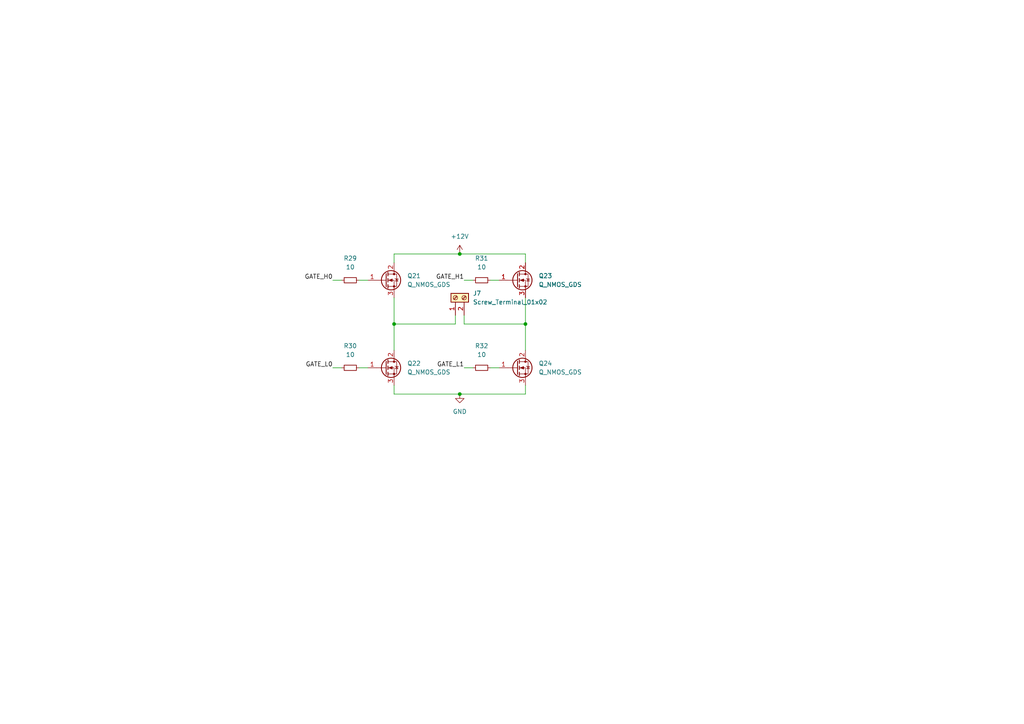
<source format=kicad_sch>
(kicad_sch (version 20211123) (generator eeschema)
  (paper "A4")
  (lib_symbols
    (symbol "Connector:Screw_Terminal_01x02" (pin_names (offset 1.016) hide)
      (property "Reference" "J" (at 0 2.54 0))
      (property "Value" "Screw_Terminal_01x02" (at 0 -5.08 0))
      (symbol "Screw_Terminal_01x02_1_1"
        (rectangle (start -1.27 1.27) (end 1.27 -3.81) (stroke (width 0.254)) (fill (type background)))
        (circle (center 0 -2.54) (radius 0.635) (stroke (width 0.1524)))
        (polyline (pts (xy -0.5334 -2.2098) (xy 0.3302 -3.048)) (stroke (width 0.1524)))
        (polyline (pts (xy -0.5334 0.3302) (xy 0.3302 -0.508)) (stroke (width 0.1524)))
        (polyline (pts (xy -0.3556 -2.032) (xy 0.508 -2.8702)) (stroke (width 0.1524)))
        (polyline (pts (xy -0.3556 0.508) (xy 0.508 -0.3302)) (stroke (width 0.1524)))
        (circle (center 0 0) (radius 0.635) (stroke (width 0.1524)))
        (pin passive line (at -5.08 0 0) (length 3.81) (name "Pin_1") (number "1"))
        (pin passive line (at -5.08 -2.54 0) (length 3.81) (name "Pin_2") (number "2"))
      )
    )
    (symbol "Device:Q_NMOS_GDS" (pin_names (offset 0) hide)
      (property "Reference" "Q" (at 5.08 1.27 0))
      (property "Value" "Q_NMOS_GDS" (at 5.08 -1.27 0))
      (symbol "Q_NMOS_GDS_0_1"
        (polyline (pts (xy 0.254 0) (xy -2.54 0)))
        (polyline (pts (xy 0.254 1.905) (xy 0.254 -1.905)) (stroke (width 0.254)))
        (polyline (pts (xy 0.762 -1.27) (xy 0.762 -2.286)) (stroke (width 0.254)))
        (polyline (pts (xy 0.762 0.508) (xy 0.762 -0.508)) (stroke (width 0.254)))
        (polyline (pts (xy 0.762 2.286) (xy 0.762 1.27)) (stroke (width 0.254)))
        (polyline (pts (xy 2.54 2.54) (xy 2.54 1.778)))
        (polyline (pts (xy 2.54 -2.54) (xy 2.54 0) (xy 0.762 0)))
        (polyline (pts (xy 0.762 -1.778) (xy 3.302 -1.778) (xy 3.302 1.778) (xy 0.762 1.778)))
        (polyline (pts (xy 1.016 0) (xy 2.032 0.381) (xy 2.032 -0.381) (xy 1.016 0)) (fill (type outline)))
        (polyline (pts (xy 2.794 0.508) (xy 2.921 0.381) (xy 3.683 0.381) (xy 3.81 0.254)))
        (polyline (pts (xy 3.302 0.381) (xy 2.921 -0.254) (xy 3.683 -0.254) (xy 3.302 0.381)))
        (circle (center 1.651 0) (radius 2.794) (stroke (width 0.254)))
        (circle (center 2.54 -1.778) (radius 0.254) (fill (type outline)))
        (circle (center 2.54 1.778) (radius 0.254) (fill (type outline)))
      )
      (symbol "Q_NMOS_GDS_1_1"
        (pin input line (at -5.08 0 0) (length 2.54) (name "G") (number "1"))
        (pin passive line (at 2.54 5.08 270) (length 2.54) (name "D") (number "2"))
        (pin passive line (at 2.54 -5.08 90) (length 2.54) (name "S") (number "3"))
      )
    )
    (symbol "Device:R_Small" (pin_numbers hide) (pin_names (offset 0.254) hide)
      (property "Reference" "R" (at 0.762 0.508 0))
      (property "Value" "R_Small" (at 0.762 -1.016 0))
      (symbol "R_Small_0_1"
        (rectangle (start -0.762 1.778) (end 0.762 -1.778) (stroke (width 0.2032)))
      )
      (symbol "R_Small_1_1"
        (pin passive line (at 0 2.54 270) (length 0.762) (name "~") (number "1"))
        (pin passive line (at 0 -2.54 90) (length 0.762) (name "~") (number "2"))
      )
    )
    (symbol "power:+12V" (power) (pin_names (offset 0))
      (property "Value" "+12V" (at 0 3.556 0))
      (symbol "+12V_0_1"
        (polyline (pts (xy -0.762 1.27) (xy 0 2.54)))
        (polyline (pts (xy 0 0) (xy 0 2.54)))
        (polyline (pts (xy 0 2.54) (xy 0.762 1.27)))
      )
      (symbol "+12V_1_1"
        (pin power_in line (at 0 0 90) (length 0) hide (name "+12V") (number "1"))
      )
    )
    (symbol "power:GND" (power) (pin_names (offset 0))
      (property "Value" "GND" (at 0 -3.81 0))
      (symbol "GND_0_1"
        (polyline (pts (xy 0 0) (xy 0 -1.27) (xy 1.27 -1.27) (xy 0 -2.54) (xy -1.27 -1.27) (xy 0 -1.27)))
      )
      (symbol "GND_1_1"
        (pin power_in line (at 0 0 270) (length 0) hide (name "GND") (number "1"))
      )
    )
  )
  (junction (at 133.35 73.66))
  (junction (at 114.3 93.98))
  (junction (at 152.4 93.98))
  (junction (at 133.35 114.3))
  (wire (pts (xy 114.3 73.66) (xy 133.35 73.66)))
  (wire (pts (xy 114.3 114.3) (xy 133.35 114.3)))
  (wire (pts (xy 114.3 93.98) (xy 132.08 93.98)))
  (wire (pts (xy 114.3 86.36) (xy 114.3 93.98)))
  (wire (pts (xy 134.62 106.68) (xy 137.16 106.68)))
  (wire (pts (xy 133.35 114.3) (xy 152.4 114.3)))
  (wire (pts (xy 132.08 93.98) (xy 132.08 91.44)))
  (wire (pts (xy 104.14 106.68) (xy 106.68 106.68)))
  (wire (pts (xy 152.4 86.36) (xy 152.4 93.98)))
  (wire (pts (xy 114.3 111.76) (xy 114.3 114.3)))
  (wire (pts (xy 114.3 76.2) (xy 114.3 73.66)))
  (wire (pts (xy 142.24 81.28) (xy 144.78 81.28)))
  (wire (pts (xy 134.62 81.28) (xy 137.16 81.28)))
  (wire (pts (xy 152.4 73.66) (xy 152.4 76.2)))
  (wire (pts (xy 134.62 91.44) (xy 134.62 93.98)))
  (wire (pts (xy 104.14 81.28) (xy 106.68 81.28)))
  (wire (pts (xy 152.4 93.98) (xy 152.4 101.6)))
  (wire (pts (xy 133.35 73.66) (xy 152.4 73.66)))
  (wire (pts (xy 142.24 106.68) (xy 144.78 106.68)))
  (wire (pts (xy 96.52 106.68) (xy 99.06 106.68)))
  (wire (pts (xy 114.3 93.98) (xy 114.3 101.6)))
  (wire (pts (xy 134.62 93.98) (xy 152.4 93.98)))
  (wire (pts (xy 152.4 114.3) (xy 152.4 111.76)))
  (wire (pts (xy 96.52 81.28) (xy 99.06 81.28)))
  (label "GATE_L0" (at 96.52 106.68 180))
  (label "GATE_H1" (at 134.62 81.28 180))
  (label "GATE_L1" (at 134.62 106.68 180))
  (label "GATE_H0" (at 96.52 81.28 180))
  (symbol (lib_id "Device:R_Small") (at 139.7 106.68 90) (unit 1)
    (property "Reference" "R32" (at 139.7 100.33 90))
    (property "Value" "10" (at 139.7 102.87 90))
    (property "Footprint" "Resistor_SMD:R_0603_1608Metric" (effects hide))
  )
  (symbol (lib_id "Device:R_Small") (at 139.7 81.28 90) (unit 1)
    (property "Reference" "R31" (at 139.7 74.93 90))
    (property "Value" "10" (at 139.7 77.47 90))
    (property "Footprint" "Resistor_SMD:R_0603_1608Metric" (effects hide))
  )
  (symbol (lib_id "Device:Q_NMOS_GDS") (at 149.86 106.68 0) (unit 1)
    (property "Reference" "Q24" (at 156.21 105.4099 0) (effects (justify left)))
    (property "Value" "Q_NMOS_GDS" (at 156.21 107.9499 0) (effects (justify left)))
    (property "Footprint" "Package_TO_SOT_SMD:SOT-23" (effects hide))
  )
  (symbol (lib_id "Connector:Screw_Terminal_01x02") (at 132.08 86.36 90) (unit 1)
    (property "Reference" "J7" (at 137.16 85.0899 90) (effects (justify right)))
    (property "Value" "Screw_Terminal_01x02" (at 137.16 87.6299 90) (effects (justify right)))
    (property "Footprint" "Connector_Wire:SolderWire-2.5sqmm_1x02_P8.8mm_D2.4mm_OD4.4mm" (effects hide))
  )
  (symbol (lib_id "power:GND") (at 133.35 114.3 0) (unit 1)
    (property "Reference" "#PWR049" (effects hide))
    (property "Value" "GND" (at 133.35 119.38 0))
  )
  (symbol (lib_id "power:+12V") (at 133.35 73.66 0) (unit 1)
    (property "Reference" "#PWR048" (effects hide))
    (property "Value" "+12V" (at 133.35 68.58 0))
  )
  (symbol (lib_id "Device:R_Small") (at 101.6 106.68 90) (unit 1)
    (property "Reference" "R30" (at 101.6 100.33 90))
    (property "Value" "10" (at 101.6 102.87 90))
    (property "Footprint" "Resistor_SMD:R_0603_1608Metric" (effects hide))
  )
  (symbol (lib_id "Device:Q_NMOS_GDS") (at 111.76 81.28 0) (unit 1)
    (property "Reference" "Q21" (at 118.11 80.0099 0) (effects (justify left)))
    (property "Value" "Q_NMOS_GDS" (at 118.11 82.5499 0) (effects (justify left)))
    (property "Footprint" "Package_TO_SOT_SMD:SOT-23" (effects hide))
  )
  (symbol (lib_id "Device:Q_NMOS_GDS") (at 111.76 106.68 0) (unit 1)
    (property "Reference" "Q22" (at 118.11 105.4099 0) (effects (justify left)))
    (property "Value" "Q_NMOS_GDS" (at 118.11 107.9499 0) (effects (justify left)))
    (property "Footprint" "Package_TO_SOT_SMD:SOT-23" (effects hide))
  )
  (symbol (lib_id "Device:R_Small") (at 101.6 81.28 90) (unit 1)
    (property "Reference" "R29" (at 101.6 74.93 90))
    (property "Value" "10" (at 101.6 77.47 90))
    (property "Footprint" "Resistor_SMD:R_0603_1608Metric" (effects hide))
  )
  (symbol (lib_id "Device:Q_NMOS_GDS") (at 149.86 81.28 0) (unit 1)
    (property "Reference" "Q23" (at 156.21 80.0099 0) (effects (justify left)))
    (property "Value" "Q_NMOS_GDS" (at 156.21 82.5499 0) (effects (justify left)))
    (property "Footprint" "Package_TO_SOT_SMD:SOT-23" (effects hide))
  )
)
</source>
